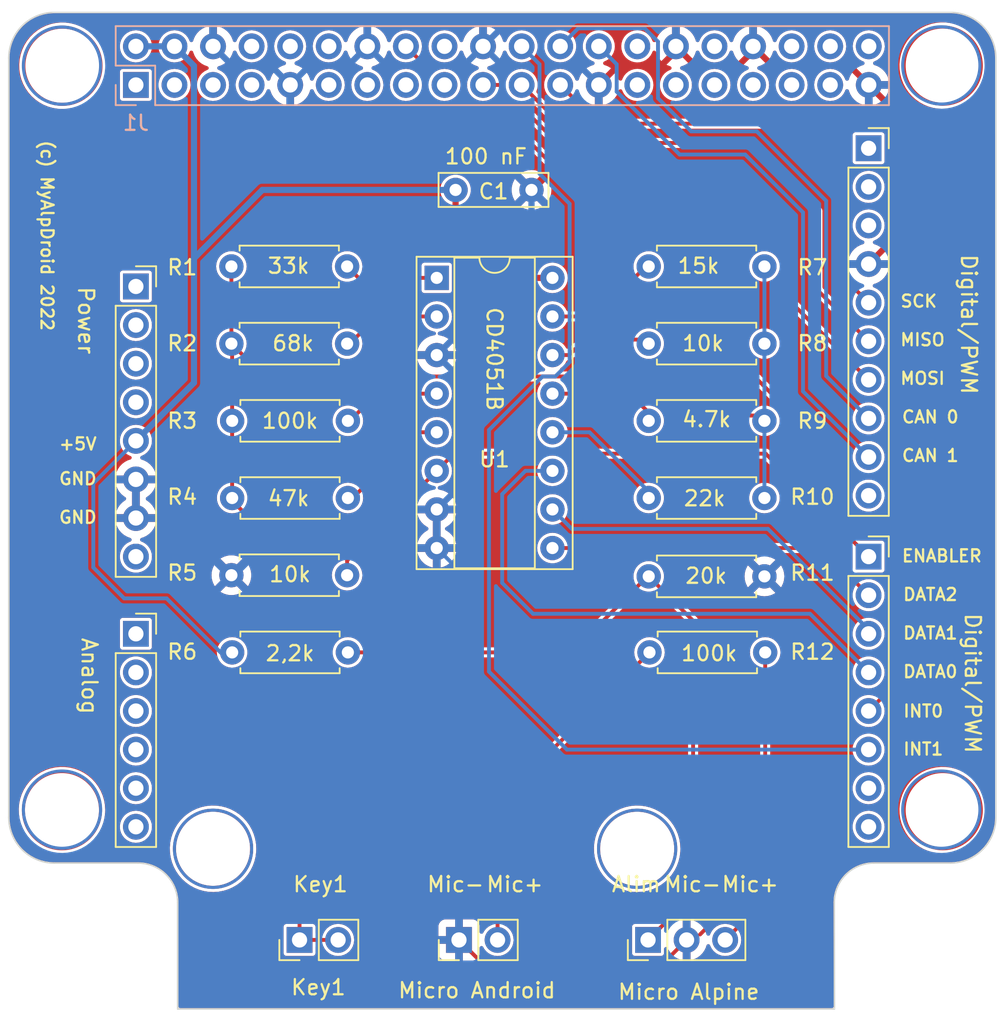
<source format=kicad_pcb>
(kicad_pcb (version 20211014) (generator pcbnew)
  (title_block (date "15 nov 2012"))
  (layers (0 "F.Cu" signal) (31 "B.Cu" signal) (34 "B.Paste" user) (35 "F.Paste" user) (36 "B.SilkS" user "B.Silkscreen") (37 "F.SilkS" user "F.Silkscreen") (38 "B.Mask" user) (39 "F.Mask" user) (44 "Edge.Cuts" user))
  (net 0 "")
  (net 1 "GND")
  (net 2 "/GPIO[2]{slash}SDA1")
  (net 3 "/GPIO[3]{slash}SCL1")
  (net 4 "/GPIO[4]{slash}GPCLK0")
  (net 5 "/GPIO[14]{slash}TXD0")
  (net 6 "/GPIO[15]{slash}RXD0")
  (net 7 "/GPIO[17]")
  (net 8 "/GPIO[18]{slash}PCM.CLK")
  (net 9 "/GPIO[27]")
  (net 10 "/GPIO[22]")
  (net 11 "/GPIO[24]")
  (net 12 "/ID_SDA")
  (net 14 "/GPIO[5]")
  (net 15 "/GPIO[6]")
  (net 16 "/GPIO[12]{slash}PWM0")
  (net 17 "/GPIO[13]{slash}PWM1")
  (net 18 "/GPIO[19]{slash}PCM.FS")
  (net 19 "/GPIO[16]")
  (net 20 "/GPIO[26]")
  (net 21 "/GPIO[20]{slash}PCM.DIN")
  (net 22 "/GPIO[21]{slash}PCM.DOUT")
  (net 23 "+5V")
  (net 25 "/IOREF")
  (net 26 "/Vin")
  (net 27 "/7")
  (net 29 "Net-(R8-Pad1)")
  (net 30 "Net-(R7-Pad1)")
  (net 32 "Net-(R9-Pad1)")
  (net 33 "Net-(R1-Pad1)")
  (net 35 "Net-(R2-Pad1)")
  (net 39 "/6 (Data 2)")
  (net 40 "/5 (Data 1)")
  (net 41 "/4 (Data 0)")
  (net 42 "Net-(Mic1-Pad1)")
  (net 43 "Net-(Mic1-Pad3)")
  (net 44 "Net-(R10-Pad1)")
  (net 45 "Net-(R3-Pad1)")
  (net 46 "Net-(R4-Pad1)")
  (net 47 "Net-(J2-Pad2)")
  (net 57 "Net-(J7-Pad1)")
  (net 58 "/GPIO[23]")
  (net 59 "/GPIO[25]")
  (net 61 "/11(MOSI)")
  (net 62 "/12(MISO)")
  (net 63 "/13(SCK)")
  (net 64 "/10(CS CAN 0)")
  (net 65 "/9(CS CAN 1)")
  (footprint "MountingHole:MountingHole_2.7mm_M2.5" (layer "F.Cu") (at 152.38 57.32)
    (fp_text reference "MH2" hide)
    (fp_text value "MountingHole_2.7mm_M2.5" hide)
    (pad "" np_thru_hole circle locked (at 0 0) (size 2.7 2.7) (drill 2.7) (layers *.Cu *.Mask))
  )
  (footprint "Connector_PinSocket_2.54mm:PinSocket_1x08_P2.54mm_Vertical" (layer "F.Cu") (at 99.25 71.853)
    (fp_text reference "J3" hide)
    (fp_text value "Power" (at -3.29 2.239 -90 unlocked) (layer "F.SilkS"))
    (pad "1" thru_hole rect (at 0 0) (size 1.7 1.7) (drill 1) (layers *.Cu *.Mask))
    (pad "2" thru_hole oval (at 0 2.54) (size 1.7 1.7) (drill 1) (layers *.Cu *.Mask) (net 25 "/IOREF"))
    (pad "3" thru_hole oval (at 0 5.08) (size 1.7 1.7) (drill 1) (layers *.Cu *.Mask))
    (pad "4" thru_hole oval (at 0 7.62) (size 1.7 1.7) (drill 1) (layers *.Cu *.Mask))
    (pad "5" thru_hole oval (at 0 10.16) (size 1.7 1.7) (drill 1) (layers *.Cu *.Mask) (net 23 "+5V"))
    (pad "6" thru_hole oval (at 0 12.7) (size 1.7 1.7) (drill 1) (layers *.Cu *.Mask) (net 1 "GND"))
    (pad "7" thru_hole oval (at 0 15.24) (size 1.7 1.7) (drill 1) (layers *.Cu *.Mask) (net 1 "GND"))
    (pad "8" thru_hole oval (at 0 17.78) (size 1.7 1.7) (drill 1) (layers *.Cu *.Mask) (net 26 "/Vin"))
  )
  (footprint "Resistor_THT:R_Axial_DIN0207_L6.3mm_D2.5mm_P7.62mm_Horizontal" (layer "F.Cu") (at 113.158 70.536 180)
    (fp_text reference "R1" (at 10.858 -0.064) (layer "F.SilkS"))
    (fp_text value "33k" hide)
    (pad "1" thru_hole circle (at 0 0 180) (size 1.6 1.6) (drill 0.8) (layers *.Cu *.Mask) (net 33 "Net-(R1-Pad1)"))
    (pad "2" thru_hole oval (at 7.62 0 180) (size 1.6 1.6) (drill 0.8) (layers *.Cu *.Mask) (net 57 "Net-(J7-Pad1)"))
  )
  (footprint "Resistor_THT:R_Axial_DIN0207_L6.3mm_D2.5mm_P7.62mm_Horizontal" (layer "F.Cu") (at 140.69 95.936 180)
    (fp_text reference "R12" (at -3.11 0.036) (layer "F.SilkS"))
    (fp_text value "100k" hide)
    (pad "1" thru_hole circle (at 0 0 180) (size 1.6 1.6) (drill 0.8) (layers *.Cu *.Mask) (net 43 "Net-(Mic1-Pad3)"))
    (pad "2" thru_hole oval (at 7.62 0 180) (size 1.6 1.6) (drill 0.8) (layers *.Cu *.Mask) (net 47 "Net-(J2-Pad2)"))
  )
  (footprint "MountingHole:MountingHole_2.7mm_M2.5" (layer "F.Cu") (at 104.33 108.86)
    (fp_text reference "MH3" hide)
    (fp_text value "MountingHole_2.7mm_M2.5" hide)
    (pad "" np_thru_hole circle locked (at 0 0) (size 2.7 2.7) (drill 2.7) (layers *.Cu *.Mask))
  )
  (footprint "Package_DIP:DIP-16_W7.62mm_Socket" (layer "F.Cu") (at 119.06 71.288)
    (fp_text reference "U1" hide)
    (fp_text value "CD4051B" (at 3.8 5.344 -90 unlocked) (layer "F.SilkS"))
    (fp_text user "${REFERENCE}" (at 3.8 11.948) (layer "F.SilkS"))
    (pad "1" thru_hole rect (at 0 0) (size 1.6 1.6) (drill 0.8) (layers *.Cu *.Mask) (net 33 "Net-(R1-Pad1)"))
    (pad "2" thru_hole oval (at 0 2.54) (size 1.6 1.6) (drill 0.8) (layers *.Cu *.Mask) (net 35 "Net-(R2-Pad1)"))
    (pad "3" thru_hole oval (at 0 5.08) (size 1.6 1.6) (drill 0.8) (layers *.Cu *.Mask) (net 1 "GND"))
    (pad "4" thru_hole oval (at 0 7.62) (size 1.6 1.6) (drill 0.8) (layers *.Cu *.Mask) (net 45 "Net-(R3-Pad1)"))
    (pad "5" thru_hole oval (at 0 10.16) (size 1.6 1.6) (drill 0.8) (layers *.Cu *.Mask) (net 46 "Net-(R4-Pad1)"))
    (pad "6" thru_hole oval (at 0 12.7) (size 1.6 1.6) (drill 0.8) (layers *.Cu *.Mask) (net 27 "/7"))
    (pad "7" thru_hole oval (at 0 15.24) (size 1.6 1.6) (drill 0.8) (layers *.Cu *.Mask) (net 1 "GND"))
    (pad "8" thru_hole oval (at 0 17.78) (size 1.6 1.6) (drill 0.8) (layers *.Cu *.Mask) (net 1 "GND"))
    (pad "9" thru_hole oval (at 7.62 17.78) (size 1.6 1.6) (drill 0.8) (layers *.Cu *.Mask) (net 39 "/6 (Data 2)"))
    (pad "10" thru_hole oval (at 7.62 15.24) (size 1.6 1.6) (drill 0.8) (layers *.Cu *.Mask) (net 40 "/5 (Data 1)"))
    (pad "11" thru_hole oval (at 7.62 12.7) (size 1.6 1.6) (drill 0.8) (layers *.Cu *.Mask) (net 41 "/4 (Data 0)"))
    (pad "12" thru_hole oval (at 7.62 10.16) (size 1.6 1.6) (drill 0.8) (layers *.Cu *.Mask) (net 44 "Net-(R10-Pad1)"))
    (pad "13" thru_hole oval (at 7.62 7.62) (size 1.6 1.6) (drill 0.8) (layers *.Cu *.Mask) (net 32 "Net-(R9-Pad1)"))
    (pad "14" thru_hole oval (at 7.62 5.08) (size 1.6 1.6) (drill 0.8) (layers *.Cu *.Mask) (net 29 "Net-(R8-Pad1)"))
    (pad "15" thru_hole oval (at 7.62 2.54) (size 1.6 1.6) (drill 0.8) (layers *.Cu *.Mask) (net 30 "Net-(R7-Pad1)"))
    (pad "16" thru_hole oval (at 7.62 0) (size 1.6 1.6) (drill 0.8) (layers *.Cu *.Mask) (net 23 "+5V"))
  )
  (footprint "Resistor_THT:R_Axial_DIN0207_L6.3mm_D2.5mm_P7.62mm_Horizontal" (layer "F.Cu") (at 133.02 70.536)
    (fp_text reference "R7" (at 10.78 0.064) (layer "F.SilkS"))
    (fp_text value "15k" hide)
    (pad "1" thru_hole circle (at 0 0) (size 1.6 1.6) (drill 0.8) (layers *.Cu *.Mask) (net 30 "Net-(R7-Pad1)"))
    (pad "2" thru_hole oval (at 7.62 0) (size 1.6 1.6) (drill 0.8) (layers *.Cu *.Mask) (net 57 "Net-(J7-Pad1)"))
  )
  (footprint "Connector_PinSocket_2.54mm:PinSocket_1x10_P2.54mm_Vertical" (layer "F.Cu") (at 147.498 62.758)
    (fp_text reference "J5" hide)
    (fp_text value "Digital/PWM" (at 6.604 11.588 -90 unlocked) (layer "F.SilkS"))
    (pad "1" thru_hole rect (at 0 0) (size 1.7 1.7) (drill 1) (layers *.Cu *.Mask))
    (pad "2" thru_hole oval (at 0 2.54) (size 1.7 1.7) (drill 1) (layers *.Cu *.Mask))
    (pad "3" thru_hole oval (at 0 5.08) (size 1.7 1.7) (drill 1) (layers *.Cu *.Mask))
    (pad "4" thru_hole oval (at 0 7.62) (size 1.7 1.7) (drill 1) (layers *.Cu *.Mask) (net 1 "GND"))
    (pad "5" thru_hole oval (at 0 10.16) (size 1.7 1.7) (drill 1) (layers *.Cu *.Mask) (net 63 "/13(SCK)"))
    (pad "6" thru_hole oval (at 0 12.7) (size 1.7 1.7) (drill 1) (layers *.Cu *.Mask) (net 62 "/12(MISO)"))
    (pad "7" thru_hole oval (at 0 15.24) (size 1.7 1.7) (drill 1) (layers *.Cu *.Mask) (net 61 "/11(MOSI)"))
    (pad "8" thru_hole oval (at 0 17.78) (size 1.7 1.7) (drill 1) (layers *.Cu *.Mask) (net 64 "/10(CS CAN 0)"))
    (pad "9" thru_hole oval (at 0 20.32) (size 1.7 1.7) (drill 1) (layers *.Cu *.Mask) (net 65 "/9(CS CAN 1)"))
    (pad "10" thru_hole oval (at 0 22.86) (size 1.7 1.7) (drill 1) (layers *.Cu *.Mask))
  )
  (footprint "Resistor_THT:R_Axial_DIN0207_L6.3mm_D2.5mm_P7.62mm_Horizontal" (layer "F.Cu") (at 133.02 75.616)
    (fp_text reference "R8" (at 10.78 -0.016) (layer "F.SilkS"))
    (fp_text value "10k" hide)
    (pad "1" thru_hole circle (at 0 0) (size 1.6 1.6) (drill 0.8) (layers *.Cu *.Mask) (net 29 "Net-(R8-Pad1)"))
    (pad "2" thru_hole oval (at 7.62 0) (size 1.6 1.6) (drill 0.8) (layers *.Cu *.Mask) (net 57 "Net-(J7-Pad1)"))
  )
  (footprint "Resistor_THT:R_Axial_DIN0207_L6.3mm_D2.5mm_P7.62mm_Horizontal" (layer "F.Cu") (at 105.538 90.856)
    (fp_text reference "R5" (at -3.238 -0.156) (layer "F.SilkS"))
    (fp_text value "10k" hide)
    (pad "1" thru_hole circle (at 0 0) (size 1.6 1.6) (drill 0.8) (layers *.Cu *.Mask) (net 1 "GND"))
    (pad "2" thru_hole oval (at 7.62 0) (size 1.6 1.6) (drill 0.8) (layers *.Cu *.Mask) (net 27 "/7"))
  )
  (footprint "MountingHole:MountingHole_2.7mm_M2.5" (layer "F.Cu") (at 132.258 108.86)
    (fp_text reference "MH3" hide)
    (fp_text value "MountingHole_2.7mm_M2.5" hide)
    (pad "" np_thru_hole circle locked (at 0 0) (size 2.7 2.7) (drill 2.7) (layers *.Cu *.Mask))
  )
  (footprint "Connector_PinHeader_2.54mm:PinHeader_1x02_P2.54mm_Vertical" (layer "F.Cu") (at 110.025 114.86 90)
    (fp_text reference "J7" hide)
    (fp_text value "Key1" (at -3.12 1.24) (layer "F.SilkS"))
    (pad "1" thru_hole rect (at 0 0 90) (size 1.7 1.7) (drill 1) (layers *.Cu *.Mask) (net 57 "Net-(J7-Pad1)"))
    (pad "2" thru_hole oval (at 0 2.54 90) (size 1.7 1.7) (drill 1) (layers *.Cu *.Mask) (net 57 "Net-(J7-Pad1)"))
  )
  (footprint "Resistor_THT:R_Axial_DIN0207_L6.3mm_D2.5mm_P7.62mm_Horizontal" (layer "F.Cu") (at 133.02 85.776)
    (fp_text reference "R10" (at 10.78 -0.076) (layer "F.SilkS"))
    (fp_text value "22k" hide)
    (pad "1" thru_hole circle (at 0 0) (size 1.6 1.6) (drill 0.8) (layers *.Cu *.Mask) (net 44 "Net-(R10-Pad1)"))
    (pad "2" thru_hole oval (at 7.62 0) (size 1.6 1.6) (drill 0.8) (layers *.Cu *.Mask) (net 57 "Net-(J7-Pad1)"))
  )
  (footprint "Resistor_THT:R_Axial_DIN0207_L6.3mm_D2.5mm_P7.62mm_Horizontal" (layer "F.Cu") (at 113.158 75.616 180)
    (fp_text reference "R2" (at 10.858 0.016) (layer "F.SilkS"))
    (fp_text value "68k" hide)
    (pad "1" thru_hole circle (at 0 0 180) (size 1.6 1.6) (drill 0.8) (layers *.Cu *.Mask) (net 35 "Net-(R2-Pad1)"))
    (pad "2" thru_hole oval (at 7.62 0 180) (size 1.6 1.6) (drill 0.8) (layers *.Cu *.Mask) (net 57 "Net-(J7-Pad1)"))
  )
  (footprint "MountingHole:MountingHole_2.7mm_M2.5" (layer "F.Cu") (at 94.38 106.32)
    (fp_text reference "MH3" hide)
    (fp_text value "MountingHole_2.7mm_M2.5" hide)
    (pad "" np_thru_hole circle locked (at 0 0) (size 2.7 2.7) (drill 2.7) (layers *.Cu *.Mask))
  )
  (footprint "Capacitor_THT:C_Rect_L7.0mm_W2.0mm_P5.00mm" (layer "F.Cu") (at 120.3 65.5)
    (fp_text reference "C1" (at 2.5 0.100007) (layer "F.SilkS"))
    (fp_text value "100 nF" (at 2.000013 -2.199993) (layer "F.SilkS"))
    (pad "1" thru_hole circle (at 0 0) (size 1.6 1.6) (drill 0.8) (layers *.Cu *.Mask) (net 23 "+5V"))
    (pad "2" thru_hole circle (at 5 0) (size 1.6 1.6) (drill 0.8) (layers *.Cu *.Mask) (net 1 "GND"))
  )
  (footprint "Resistor_THT:R_Axial_DIN0207_L6.3mm_D2.5mm_P7.62mm_Horizontal" (layer "F.Cu") (at 140.64 90.932 180)
    (fp_text reference "R11" (at -3.16 0.232) (layer "F.SilkS"))
    (fp_text value "20K" hide)
    (pad "1" thru_hole circle (at 0 0 180) (size 1.6 1.6) (drill 0.8) (layers *.Cu *.Mask) (net 1 "GND"))
    (pad "2" thru_hole oval (at 7.62 0 180) (size 1.6 1.6) (drill 0.8) (layers *.Cu *.Mask) (net 42 "Net-(Mic1-Pad1)"))
  )
  (footprint "Resistor_THT:R_Axial_DIN0207_L6.3mm_D2.5mm_P7.62mm_Horizontal" (layer "F.Cu") (at 133.02 80.696)
    (fp_text reference "R9" (at 10.78 0.004) (layer "F.SilkS"))
    (fp_text value "4.7k" hide)
    (pad "1" thru_hole circle (at 0 0) (size 1.6 1.6) (drill 0.8) (layers *.Cu *.Mask) (net 32 "Net-(R9-Pad1)"))
    (pad "2" thru_hole oval (at 7.62 0) (size 1.6 1.6) (drill 0.8) (layers *.Cu *.Mask) (net 57 "Net-(J7-Pad1)"))
  )
  (footprint "Connector_PinSocket_2.54mm:PinSocket_1x06_P2.54mm_Vertical" (layer "F.Cu") (at 99.25 94.713)
    (fp_text reference "J4" hide)
    (fp_text value "Analog" (at -3.06 2.779 -90 unlocked) (layer "F.SilkS"))
    (pad "1" thru_hole rect (at 0 0) (size 1.7 1.7) (drill 1) (layers *.Cu *.Mask))
    (pad "2" thru_hole oval (at 0 2.54) (size 1.7 1.7) (drill 1) (layers *.Cu *.Mask))
    (pad "3" thru_hole oval (at 0 5.08) (size 1.7 1.7) (drill 1) (layers *.Cu *.Mask))
    (pad "4" thru_hole oval (at 0 7.62) (size 1.7 1.7) (drill 1) (layers *.Cu *.Mask))
    (pad "5" thru_hole oval (at 0 10.16) (size 1.7 1.7) (drill 1) (layers *.Cu *.Mask))
    (pad "6" thru_hole oval (at 0 12.7) (size 1.7 1.7) (drill 1) (layers *.Cu *.Mask))
  )
  (footprint "Resistor_THT:R_Axial_DIN0207_L6.3mm_D2.5mm_P7.62mm_Horizontal" (layer "F.Cu") (at 113.208 85.776 180)
    (fp_text reference "R4" (at 10.908 0.076) (layer "F.SilkS"))
    (fp_text value "47k" hide)
    (pad "1" thru_hole circle (at 0 0 180) (size 1.6 1.6) (drill 0.8) (layers *.Cu *.Mask) (net 46 "Net-(R4-Pad1)"))
    (pad "2" thru_hole oval (at 7.62 0 180) (size 1.6 1.6) (drill 0.8) (layers *.Cu *.Mask) (net 57 "Net-(J7-Pad1)"))
  )
  (footprint "Resistor_THT:R_Axial_DIN0207_L6.3mm_D2.5mm_P7.62mm_Horizontal" (layer "F.Cu") (at 113.208 80.696 180)
    (fp_text reference "R3" (at 10.908 -0.004) (layer "F.SilkS"))
    (fp_text value "100k" hide)
    (pad "1" thru_hole circle (at 0 0 180) (size 1.6 1.6) (drill 0.8) (layers *.Cu *.Mask) (net 45 "Net-(R3-Pad1)"))
    (pad "2" thru_hole oval (at 7.62 0 180) (size 1.6 1.6) (drill 0.8) (layers *.Cu *.Mask) (net 57 "Net-(J7-Pad1)"))
  )
  (footprint "MountingHole:MountingHole_2.7mm_M2.5" (layer "F.Cu") (at 152.38 106.32)
    (fp_text reference "MH4" hide)
    (fp_text value "MountingHole_2.7mm_M2.5" hide)
    (pad "" np_thru_hole circle locked (at 0 0) (size 2.7 2.7) (drill 2.7) (layers *.Cu *.Mask))
  )
  (footprint "Resistor_THT:R_Axial_DIN0207_L6.3mm_D2.5mm_P7.62mm_Horizontal" (layer "F.Cu") (at 105.588 95.936)
    (fp_text reference "R6" (at -3.288 -0.036) (layer "F.SilkS"))
    (fp_text value "2,2K" hide)
    (pad "1" thru_hole circle (at 0 0) (size 1.6 1.6) (drill 0.8) (layers *.Cu *.Mask) (net 23 "+5V"))
    (pad "2" thru_hole oval (at 7.62 0) (size 1.6 1.6) (drill 0.8) (layers *.Cu *.Mask) (net 42 "Net-(Mic1-Pad1)"))
  )
  (footprint "Connector_PinSocket_2.54mm:PinSocket_1x08_P2.54mm_Vertical" (layer "F.Cu") (at 147.498 89.633)
    (fp_text reference "J6" hide)
    (fp_text value "Digital/PWM" (at 6.858 8.335 -90 unlocked) (layer "F.SilkS"))
    (pad "1" thru_hole rect (at 0 0) (size 1.7 1.7) (drill 1) (layers *.Cu *.Mask) (net 27 "/7"))
    (pad "2" thru_hole oval (at 0 2.54) (size 1.7 1.7) (drill 1) (layers *.Cu *.Mask) (net 39 "/6 (Data 2)"))
    (pad "3" thru_hole oval (at 0 5.08) (size 1.7 1.7) (drill 1) (layers *.Cu *.Mask) (net 40 "/5 (Data 1)"))
    (pad "4" thru_hole oval (at 0 7.62) (size 1.7 1.7) (drill 1) (layers *.Cu *.Mask) (net 41 "/4 (Data 0)"))
    (pad "5" thru_hole oval (at 0 10.16) (size 1.7 1.7) (drill 1) (layers *.Cu *.Mask) (net 58 "/GPIO[23]"))
    (pad "6" thru_hole oval (at 0 12.7) (size 1.7 1.7) (drill 1) (layers *.Cu *.Mask) (net 59 "/GPIO[25]"))
    (pad "7" thru_hole oval (at 0 15.24) (size 1.7 1.7) (drill 1) (layers *.Cu *.Mask))
    (pad "8" thru_hole oval (at 0 17.78) (size 1.7 1.7) (drill 1) (layers *.Cu *.Mask))
  )
  (footprint "Connector_PinHeader_2.54mm:PinHeader_1x02_P2.54mm_Vertical" (layer "F.Cu") (at 120.525 114.86 90)
    (fp_text reference "J2" hide)
    (fp_text value "Micro Android" (at -3.32 1.18) (layer "F.SilkS"))
    (pad "1" thru_hole rect (at 0 0 90) (size 1.7 1.7) (drill 1) (layers *.Cu *.Mask) (net 1 "GND"))
    (pad "2" thru_hole oval (at 0 2.54 90) (size 1.7 1.7) (drill 1) (layers *.Cu *.Mask) (net 47 "Net-(J2-Pad2)"))
  )
  (footprint "Connector_PinHeader_2.54mm:PinHeader_1x03_P2.54mm_Vertical" (layer "F.Cu") (at 132.975 114.86 90)
    (fp_text reference "Mic1" hide)
    (fp_text value "Micro Alpine" (at -3.42 2.68) (layer "F.SilkS"))
    (pad "1" thru_hole rect (at 0 0 90) (size 1.7 1.7) (drill 1) (layers *.Cu *.Mask) (net 42 "Net-(Mic1-Pad1)"))
    (pad "2" thru_hole oval (at 0 2.54 90) (size 1.7 1.7) (drill 1) (layers *.Cu *.Mask) (net 1 "GND"))
    (pad "3" thru_hole oval (at 0 5.08 90) (size 1.7 1.7) (drill 1) (layers *.Cu *.Mask) (net 43 "Net-(Mic1-Pad3)"))
  )
  (footprint "Connector_PinSocket_2.54mm:PinSocket_2x20_P2.54mm_Vertical" (layer "B.Cu") (at 99.25 58.59 -90)
    (fp_text reference "J1" (at 2.5 0) (layer "B.SilkS") (effects (justify mirror)))
    (fp_text value "GPIO")
    (pad "1" thru_hole rect locked (at 0 0 270) (size 1.7 1.7) (drill 1) (layers *.Cu *.Mask))
    (pad "2" thru_hole oval locked (at -2.54 0 270) (size 1.7 1.7) (drill 1) (layers *.Cu *.Mask) (net 23 "+5V"))
    (pad "3" thru_hole oval locked (at 0 -2.54 270) (size 1.7 1.7) (drill 1) (layers *.Cu *.Mask) (net 2 "/GPIO[2]{slash}SDA1"))
    (pad "4" thru_hole oval locked (at -2.54 -2.54 270) (size 1.7 1.7) (drill 1) (layers *.Cu *.Mask) (net 23 "+5V"))
    (pad "5" thru_hole oval locked (at 0 -5.08 270) (size 1.7 1.7) (drill 1) (layers *.Cu *.Mask) (net 3 "/GPIO[3]{slash}SCL1"))
    (pad "6" thru_hole oval locked (at -2.54 -5.08 270) (size 1.7 1.7) (drill 1) (layers *.Cu *.Mask) (net 1 "GND"))
    (pad "7" thru_hole oval locked (at 0 -7.62 270) (size 1.7 1.7) (drill 1) (layers *.Cu *.Mask) (net 4 "/GPIO[4]{slash}GPCLK0"))
    (pad "8" thru_hole oval locked (at -2.54 -7.62 270) (size 1.7 1.7) (drill 1) (layers *.Cu *.Mask) (net 5 "/GPIO[14]{slash}TXD0"))
    (pad "9" thru_hole oval locked (at 0 -10.16 270) (size 1.7 1.7) (drill 1) (layers *.Cu *.Mask) (net 1 "GND"))
    (pad "10" thru_hole oval locked (at -2.54 -10.16 270) (size 1.7 1.7) (drill 1) (layers *.Cu *.Mask) (net 6 "/GPIO[15]{slash}RXD0"))
    (pad "11" thru_hole oval locked (at 0 -12.7 270) (size 1.7 1.7) (drill 1) (layers *.Cu *.Mask) (net 7 "/GPIO[17]"))
    (pad "12" thru_hole oval locked (at -2.54 -12.7 270) (size 1.7 1.7) (drill 1) (layers *.Cu *.Mask) (net 8 "/GPIO[18]{slash}PCM.CLK"))
    (pad "13" thru_hole oval locked (at 0 -15.24 270) (size 1.7 1.7) (drill 1) (layers *.Cu *.Mask) (net 9 "/GPIO[27]"))
    (pad "14" thru_hole oval locked (at -2.54 -15.24 270) (size 1.7 1.7) (drill 1) (layers *.Cu *.Mask) (net 1 "GND"))
    (pad "15" thru_hole oval locked (at 0 -17.78 270) (size 1.7 1.7) (drill 1) (layers *.Cu *.Mask) (net 10 "/GPIO[22]"))
    (pad "16" thru_hole oval locked (at -2.54 -17.78 270) (size 1.7 1.7) (drill 1) (layers *.Cu *.Mask) (net 58 "/GPIO[23]"))
    (pad "17" thru_hole oval locked (at 0 -20.32 270) (size 1.7 1.7) (drill 1) (layers *.Cu *.Mask))
    (pad "18" thru_hole oval locked (at -2.54 -20.32 270) (size 1.7 1.7) (drill 1) (layers *.Cu *.Mask) (net 11 "/GPIO[24]"))
    (pad "19" thru_hole oval locked (at 0 -22.86 270) (size 1.7 1.7) (drill 1) (layers *.Cu *.Mask) (net 61 "/11(MOSI)"))
    (pad "20" thru_hole oval locked (at -2.54 -22.86 270) (size 1.7 1.7) (drill 1) (layers *.Cu *.Mask) (net 1 "GND"))
    (pad "21" thru_hole oval locked (at 0 -25.4 270) (size 1.7 1.7) (drill 1) (layers *.Cu *.Mask) (net 62 "/12(MISO)"))
    (pad "22" thru_hole oval locked (at -2.54 -25.4 270) (size 1.7 1.7) (drill 1) (layers *.Cu *.Mask) (net 59 "/GPIO[25]"))
    (pad "23" thru_hole oval locked (at 0 -27.94 270) (size 1.7 1.7) (drill 1) (layers *.Cu *.Mask) (net 63 "/13(SCK)"))
    (pad "24" thru_hole oval locked (at -2.54 -27.94 270) (size 1.7 1.7) (drill 1) (layers *.Cu *.Mask) (net 64 "/10(CS CAN 0)"))
    (pad "25" thru_hole oval locked (at 0 -30.48 270) (size 1.7 1.7) (drill 1) (layers *.Cu *.Mask) (net 1 "GND"))
    (pad "26" thru_hole oval locked (at -2.54 -30.48 270) (size 1.7 1.7) (drill 1) (layers *.Cu *.Mask) (net 65 "/9(CS CAN 1)"))
    (pad "27" thru_hole oval locked (at 0 -33.02 270) (size 1.7 1.7) (drill 1) (layers *.Cu *.Mask) (net 12 "/ID_SDA"))
    (pad "28" thru_hole oval locked (at -2.54 -33.02 270) (size 1.7 1.7) (drill 1) (layers *.Cu *.Mask))
    (pad "29" thru_hole oval locked (at 0 -35.56 270) (size 1.7 1.7) (drill 1) (layers *.Cu *.Mask) (net 14 "/GPIO[5]"))
    (pad "30" thru_hole oval locked (at -2.54 -35.56 270) (size 1.7 1.7) (drill 1) (layers *.Cu *.Mask) (net 1 "GND"))
    (pad "31" thru_hole oval locked (at 0 -38.1 270) (size 1.7 1.7) (drill 1) (layers *.Cu *.Mask) (net 15 "/GPIO[6]"))
    (pad "32" thru_hole oval locked (at -2.54 -38.1 270) (size 1.7 1.7) (drill 1) (layers *.Cu *.Mask) (net 16 "/GPIO[12]{slash}PWM0"))
    (pad "33" thru_hole oval locked (at 0 -40.64 270) (size 1.7 1.7) (drill 1) (layers *.Cu *.Mask) (net 17 "/GPIO[13]{slash}PWM1"))
    (pad "34" thru_hole oval locked (at -2.54 -40.64 270) (size 1.7 1.7) (drill 1) (layers *.Cu *.Mask) (net 1 "GND"))
    (pad "35" thru_hole oval locked (at 0 -43.18 270) (size 1.7 1.7) (drill 1) (layers *.Cu *.Mask) (net 18 "/GPIO[19]{slash}PCM.FS"))
    (pad "36" thru_hole oval locked (at -2.54 -43.18 270) (size 1.7 1.7) (drill 1) (layers *.Cu *.Mask) (net 19 "/GPIO[16]"))
    (pad "37" thru_hole oval locked (at 0 -45.72 270) (size 1.7 1.7) (drill 1) (layers *.Cu *.Mask) (net 20 "/GPIO[26]"))
    (pad "38" thru_hole oval locked (at -2.54 -45.72 270) (size 1.7 1.7) (drill 1) (layers *.Cu *.Mask) (net 21 "/GPIO[20]{slash}PCM.DIN"))
    (pad "39" thru_hole oval locked (at 0 -48.26 270) (size 1.7 1.7) (drill 1) (layers *.Cu *.Mask) (net 1 "GND"))
    (pad "40" thru_hole oval locked (at -2.54 -48.26 270) (size 1.7 1.7) (drill 1) (layers *.Cu *.Mask) (net 22 "/GPIO[21]{slash}PCM.DOUT"))
  )
  (footprint "MountingHole:MountingHole_2.7mm_M2.5" (layer "B.Cu") (at 94.38 57.32 180)
    (fp_text reference "MH1" hide)
    (fp_text value "MountingHole_2.7mm_M2.5" hide)
    (pad "" np_thru_hole circle locked (at 0 0 180) (size 2.7 2.7) (drill 2.7) (layers *.Cu *.Mask))
  )
  (gr_circle locked (center 104.33 108.86) (end 106.87 108.86) (layer "F.Cu") (width 0.2) (fill none))
  (gr_circle locked (center 132.258 108.86) (end 134.798 108.86) (layer "F.Cu") (width 0.2) (fill none))
  (gr_circle (center 94.38 106.32) (end 96.412 107.844) (layer "F.Cu") (width 0.2) (fill none))
  (gr_circle (center 94.412 57.328) (end 96.444 58.852) (layer "F.Cu") (width 0.2) (fill none))
  (gr_circle (center 152.38 106.32) (end 154.412 107.844) (layer "F.Cu") (width 0.2) (fill none))
  (gr_circle (center 152.38 57.32) (end 154.412 58.844) (layer "F.Cu") (width 0.2) (fill none))
  (gr_circle locked (center 104.33 108.86) (end 106.872813 108.86) (layer "B.Cu") (width 0.2) (fill none))
  (gr_circle (center 152.287538 57.305346) (end 154.097538 59.091346) (layer "B.Cu") (width 0.2) (fill none))
  (gr_circle locked (center 132.258 108.86) (end 134.800813 108.86) (layer "B.Cu") (width 0.2) (fill none))
  (gr_circle (center 94.382924 106.284535) (end 96.192924 108.070535) (layer "B.Cu") (width 0.2) (fill none))
  (gr_circle (center 152.287538 106.284535) (end 154.097538 108.070535) (layer "B.Cu") (width 0.2) (fill none))
  (gr_circle (center 94.38 57.32) (end 96.19 59.106) (layer "B.Cu") (width 0.2) (fill none))
  (gr_line (start 145.25 119.4) (end 102 119.4) (layer "Edge.Cuts") (width 0.1))
  (gr_arc (start 152.88 53.82) (mid 155.00132 54.69868) (end 155.88 56.82) (layer "Edge.Cuts") (width 0.1))
  (gr_line (start 155.87868 106.77868) (end 155.88 56.82) (layer "Edge.Cuts") (width 0.1))
  (gr_arc (start 145.238478 112.4) (mid 146 110.561522) (end 147.838478 109.8) (layer "Edge.Cuts") (width 0.1))
  (gr_line (start 90.88 56.82) (end 90.88 106.8) (layer "Edge.Cuts") (width 0.1))
  (gr_arc (start 99.4 109.8) (mid 101.238478 110.561522) (end 102 112.4) (layer "Edge.Cuts") (width 0.1))
  (gr_line (start 145.238478 112.4) (end 145.25 119.4) (layer "Edge.Cuts") (width 0.1))
  (gr_line (start 152.88 109.8) (end 147.838478 109.8) (layer "Edge.Cuts") (width 0.1))
  (gr_line (start 93.88 109.8) (end 99.4 109.8) (layer "Edge.Cuts") (width 0.1))
  (gr_line (start 102 112.4) (end 102 119.4) (layer "Edge.Cuts") (width 0.1))
  (gr_arc (start 93.88 109.8) (mid 91.75868 108.92132) (end 90.88 106.8) (layer "Edge.Cuts") (width 0.1))
  (gr_arc (start 155.87868 106.77868) (mid 155.005076 108.910387) (end 152.88 109.8) (layer "Edge.Cuts") (width 0.1))
  (gr_arc (start 90.88 56.82) (mid 91.75868 54.69868) (end 93.88 53.82) (layer "Edge.Cuts") (width 0.1))
  (gr_line (start 152.88 53.82) (end 93.88 53.82) (layer "Edge.Cuts") (width 0.1))
  (gr_text "10k" (at 136.6 75.6) (layer "F.SilkS") (effects (font (size 1 1))))
  (gr_text "SCK" (at 150.8 72.822) (layer "F.SilkS") (effects (font (size 0.8 0.8))))
  (gr_text "CAN 1" (at 151.562 82.982) (layer "F.SilkS") (effects (font (size 0.8 0.8))))
  (gr_text "47k" (at 109.3 85.8) (layer "F.SilkS") (effects (font (size 1 1))))
  (gr_text "4.7k" (at 136.83 80.6) (layer "F.SilkS") (effects (font (size 1 1))))
  (gr_text "(c) MyAlpDroid 2022" (at 93.396 68.504 -90) (layer "F.SilkS") (effects (font (size 0.8 0.8))))
  (gr_text "DATA2" (at 151.562 92.126) (layer "F.SilkS") (effects (font (size 0.8 0.8))))
  (gr_text "INT1" (at 151.1 102.3) (layer "F.SilkS") (effects (font (size 0.8 0.8))))
  (gr_text "Mic+" (at 124.2 111.2) (layer "F.SilkS") (effects (font (size 1 1))))
  (gr_text "20k" (at 136.8 90.9) (layer "F.SilkS") (effects (font (size 1 1))))
  (gr_text "INT0" (at 151.1 99.8) (layer "F.SilkS") (effects (font (size 0.8 0.8))))
  (gr_text "10k" (at 109.4 90.8) (layer "F.SilkS") (effects (font (size 1 1))))
  (gr_text "2,2k" (at 109.4 96) (layer "F.SilkS") (effects (font (size 1 1))))
  (gr_text "Mic+" (at 139.7 111.2) (layer "F.SilkS") (effects (font (size 1 1))))
  (gr_text "DATA1" (at 151.562 94.666) (layer "F.SilkS") (effects (font (size 0.8 0.8))))
  (gr_text "33k" (at 109.3 70.5) (layer "F.SilkS") (effects (font (size 1 1))))
  (gr_text "Alim" (at 132.2 111.2) (layer "F.SilkS") (effects (font (size 1 1))))
  (gr_text "68k" (at 109.6 75.6) (layer "F.SilkS") (effects (font (size 1 1))))
  (gr_text "+5V" (at 95.428 82.22) (layer "F.SilkS") (effects (font (size 0.8 0.8))))
  (gr_text "22k" (at 136.7 85.8) (layer "F.SilkS") (effects (font (size 1 1))))
  (gr_text "15k" (at 136.3 70.5) (layer "F.SilkS") (effects (font (size 1 1))))
  (gr_text "100k" (at 137 96) (layer "F.SilkS") (effects (font (size 1 1))))
  (gr_text "DATA0" (at 151.562 97.206) (layer "F.SilkS") (effects (font (size 0.8 0.8))))
  (gr_text "GND" (at 95.428 87.046) (layer "F.SilkS") (effects (font (size 0.8 0.8))))
  (gr_text "MISO" (at 151.054 75.362) (layer "F.SilkS") (effects (font (size 0.8 0.8))))
  (gr_text "Mic-" (at 135.9 111.2) (layer "F.SilkS") (effects (font (size 1 1))))
  (gr_text "Key1" (at 111.4 111.2) (layer "F.SilkS") (effects (font (size 1 1))))
  (gr_text "CAN 0" (at 151.562 80.442) (layer "F.SilkS") (effects (font (size 0.8 0.8))))
  (gr_text "ENABLER" (at 152.324 89.586) (layer "F.SilkS") (effects (font (size 0.8 0.8))))
  (gr_text "100k" (at 109.4 80.7) (layer "F.SilkS") (effects (font (size 1 1))))
  (gr_text "Mic-" (at 120.3 111.2) (layer "F.SilkS") (effects (font (size 1 1))))
  (gr_text "GND" (at 95.428 84.506) (layer "F.SilkS") (effects (font (size 0.8 0.8))))
  (gr_text "MOSI" (at 151.054 77.902) (layer "F.SilkS") (effects (font (size 0.8 0.8))))
  (segment (start 140.64 90.932) (end 138.2 93.372) (width 0.254) (layer "F.Cu") (net 1))
  (segment (start 138.2 93.372) (end 138.2 113.3) (width 0.254) (layer "F.Cu") (net 1))
  (segment (start 122.765 117.1) (end 120.525 114.86) (width 0.254) (layer "F.Cu") (net 1))
  (segment (start 150.1 61.18) (end 150.1 67.776) (width 0.4064) (layer "F.Cu") (net 1))
  (segment (start 135.515 114.86) (end 133.275 117.1) (width 0.254) (layer "F.Cu") (net 1))
  (segment (start 147.51 58.59) (end 150.1 61.18) (width 0.4064) (layer "F.Cu") (net 1))
  (segment (start 138.2 113.3) (end 137.6 113.3) (width 0.254) (layer "F.Cu") (net 1))
  (segment (start 139.89 56.05) (end 141.16 57.32) (width 0.4064) (layer "F.Cu") (net 1))
  (segment (start 150.1 67.776) (end 147.498 70.378) (width 0.4064) (layer "F.Cu") (net 1))
  (segment (start 146.24 57.32) (end 147.51 58.59) (width 0.4064) (layer "F.Cu") (net 1))
  (segment (start 135.1114 56.05) (end 133.8414 57.32) (width 0.4064) (layer "F.Cu") (net 1))
  (segment (start 137.6 113.3) (end 136.4 114.5) (width 0.254) (layer "F.Cu") (net 1))
  (segment (start 141.16 57.32) (end 146.24 57.32) (width 0.4064) (layer "F.Cu") (net 1))
  (segment (start 140.1914 56.05) (end 138.9134 57.328) (width 0.4064) (layer "F.Cu") (net 1))
  (segment (start 131 57.32) (end 129.73 58.59) (width 0.4064) (layer "F.Cu") (net 1))
  (segment (start 133.8414 57.32) (end 131 57.32) (width 0.4064) (layer "F.Cu") (net 1))
  (segment (start 133.275 117.1) (end 122.765 117.1) (width 0.254) (layer "F.Cu") (net 1))
  (segment (start 136.088 57.328) (end 134.81 56.05) (width 0.4064) (layer "F.Cu") (net 1))
  (segment (start 138.9134 57.328) (end 136.088 57.328) (width 0.4064) (layer "F.Cu") (net 1))
  (segment (start 120.828 84.76) (end 119.06 86.528) (width 0.4064) (layer "B.Cu") (net 1))
  (segment (start 109.41 58.59) (end 108.1536 57.3336) (width 0.4064) (layer "B.Cu") (net 1))
  (segment (start 122.11 56.05) (end 123.3664 54.7936) (width 0.4064) (layer "B.Cu") (net 1))
  (segment (start 105.538 91.034) (end 107.504 89.068) (width 0.4064) (layer "B.Cu") (net 1))
  (segment (start 114.49 56.05) (end 113.2336 57.3064) (width 0.4064) (layer "B.Cu") (net 1))
  (segment (start 99.25 87.093) (end 101.597 87.093) (width 0.4064) (layer "B.Cu") (net 1))
  (segment (start 122.11 56.05) (end 123.3936 57.3336) (width 0.4064) (layer "B.Cu") (net 1))
  (segment (start 115.7464 57.3064) (end 120.8536 57.3064) (width 0.4064) (layer "B.Cu") (net 1))
  (segment (start 120.525 114.86) (end 120.525 90.533) (width 0.254) (layer "B.Cu") (net 1))
  (segment (start 120.828 78.136) (end 120.828 84.76) (width 0.4064) (layer "B.Cu") (net 1))
  (segment (start 125.4936 54.7936) (end 125.9336 55.2336) (width 0.4064) (layer "B.Cu") (net 1))
  (segment (start 123.3664 54.7936) (end 125.4936 54.7936) (width 0.4064) (layer "B.Cu") (net 1))
  (segment (start 113.2336 57.3064) (end 110.6936 57.3064) (width 0.4064) (layer "B.Cu") (net 1))
  (segment (start 110.6936 57.3064) (end 109.41 58.59) (width 0.4064) (layer "B.Cu") (net 1))
  (segment (start 114.49 56.05) (end 115.7464 57.3064) (width 0.4064) (layer "B.Cu") (net 1))
  (segment (start 126.669582 57.3064) (end 128.4464 57.3064) (width 0.4064) (layer "B.Cu") (net 1))
  (segment (start 120.525 90.533) (end 119.06 89.068) (width 0.254) (layer "B.Cu") (net 1))
  (segment (start 123.3936 63.5936) (end 125.3 65.5) (width 0.4064) (layer "B.Cu") (net 1))
  (segment (start 105.6136 57.3336) (end 104.33 56.05) (width 0.4064) (layer "B.Cu") (net 1))
  (segment (start 120.8536 57.3064) (end 122.11 56.05) (width 0.4064) (layer "B.Cu") (net 1))
  (segment (start 101.597 87.093) (end 105.538 91.034) (width 0.4064) (layer "B.Cu") (net 1))
  (segment (start 119.06 76.368) (end 125.3 70.128) (width 0.4064) (layer "B.Cu") (net 1))
  (segment (start 128.4464 57.3064) (end 129.73 58.59) (width 0.4064) (layer "B.Cu") (net 1))
  (segment (start 107.504 89.068) (end 119.06 89.068) (width 0.4064) (layer "B.Cu") (net 1))
  (segment (start 125.9336 55.2336) (end 125.9336 56.570418) (width 0.4064) (layer "B.Cu") (net 1))
  (segment (start 99.25 87.093) (end 99.25 84.553) (width 0.4064) (layer "B.Cu") (net 1))
  (segment (start 119.06 76.368) (end 120.828 78.136) (width 0.4064) (layer "B.Cu") (net 1))
  (segment (start 108.1536 57.3336) (end 105.6136 57.3336) (width 0.4064) (layer "B.Cu") (net 1))
  (segment (start 125.9336 56.570418) (end 126.669582 57.3064) (width 0.4064) (layer "B.Cu") (net 1))
  (segment (start 119.06 89.068) (end 119.06 86.528) (width 0.4064) (layer "B.Cu") (net 1))
  (segment (start 123.3936 57.3336) (end 123.3936 63.5936) (width 0.4064) (layer "B.Cu") (net 1))
  (segment (start 125.3 65.5) (end 125.3 70.128) (width 0.4064) (layer "B.Cu") (net 1))
  (segment (start 120.3 65.5) (end 120.3 68.4) (width 0.4064) (layer "F.Cu") (net 23))
  (segment (start 123.2 71.3) (end 123.212 71.288) (width 0.4064) (layer "F.Cu") (net 23))
  (segment (start 123.212 71.288) (end 126.68 71.288) (width 0.4064) (layer "F.Cu") (net 23))
  (segment (start 120.3 68.4) (end 123.2 71.3) (width 0.4064) (layer "F.Cu") (net 23))
  (segment (start 96.444 90.348) (end 98.476 92.38) (width 0.254) (layer "B.Cu") (net 23))
  (segment (start 101.27 92.38) (end 104.826 95.936) (width 0.254) (layer "B.Cu") (net 23))
  (segment (start 107.576 65.5) (end 120.3 65.5) (width 0.4064) (layer "B.Cu") (net 23))
  (segment (start 99.25 56.05) (end 101.79 56.05) (width 0.4064) (layer "B.Cu") (net 23))
  (segment (start 104.826 95.936) (end 105.588 95.936) (width 0.254) (layer "B.Cu") (net 23))
  (segment (start 99.25 82.013) (end 96.444 84.819) (width 0.254) (layer "B.Cu") (net 23))
  (segment (start 103.0736 78.1894) (end 99.25 82.013) (width 0.4064) (layer "B.Cu") (net 23))
  (segment (start 103.0736 57.3336) (end 103.0736 70.0024) (width 0.4064) (layer "B.Cu") (net 23))
  (segment (start 101.79 56.05) (end 103.0736 57.3336) (width 0.4064) (layer "B.Cu") (net 23))
  (segment (start 103.0736 70.0024) (end 107.576 65.5) (width 0.4064) (layer "B.Cu") (net 23))
  (segment (start 103.0736 70.0024) (end 103.0736 78.1894) (width 0.4064) (layer "B.Cu") (net 23))
  (segment (start 98.476 92.38) (end 101.27 92.38) (width 0.254) (layer "B.Cu") (net 23))
  (segment (start 96.444 84.819) (end 96.444 90.348) (width 0.254) (layer "B.Cu") (net 23))
  (segment (start 113.158 91.034) (end 113.158 89.89) (width 0.254) (layer "F.Cu") (net 27))
  (segment (start 119.06 83.988) (end 120.1902 82.8578) (width 0.254) (layer "F.Cu") (net 27))
  (segment (start 120.1902 82.8578) (end 140.7228 82.8578) (width 0.254) (layer "F.Cu") (net 27))
  (segment (start 140.7228 82.8578) (end 147.498 89.633) (width 0.254) (layer "F.Cu") (net 27))
  (segment (start 113.158 89.89) (end 119.06 83.988) (width 0.254) (layer "F.Cu") (net 27))
  (segment (start 128.8003 75.348) (end 127.7803 76.368) (width 0.254) (layer "F.Cu") (net 29))
  (segment (start 133.02 75.348) (end 128.8003 75.348) (width 0.254) (layer "F.Cu") (net 29))
  (segment (start 126.68 76.368) (end 127.7803 76.368) (width 0.254) (layer "F.Cu") (net 29))
  (segment (start 129.54 73.828) (end 126.68 73.828) (width 0.254) (layer "F.Cu") (net 30))
  (segment (start 133.02 70.348) (end 129.54 73.828) (width 0.254) (layer "F.Cu") (net 30))
  (segment (start 133.21 80.348) (end 131.77 78.908) (width 0.254) (layer "F.Cu") (net 32))
  (segment (start 131.77 78.908) (end 126.68 78.908) (width 0.254) (layer "F.Cu") (net 32))
  (segment (start 119.06 71.288) (end 113.91 71.288) (width 0.254) (layer "F.Cu") (net 33))
  (segment (start 113.91 71.288) (end 113.158 70.536) (width 0.254) (layer "F.Cu") (net 33))
  (segment (start 113.158 75.794) (end 115.124 73.828) (width 0.254) (layer "F.Cu") (net 35))
  (segment (start 115.124 73.828) (end 119.06 73.828) (width 0.254) (layer "F.Cu") (net 35))
  (segment (start 147.498 92.173) (end 144.393 89.068) (width 0.254) (layer "F.Cu") (net 39))
  (segment (start 144.393 89.068) (end 126.68 89.068) (width 0.254) (layer "F.Cu") (net 39))
  (segment (start 127.96 87.808) (end 126.68 86.528) (width 0.254) (layer "B.Cu") (net 40))
  (segment (start 140.8705 87.808) (end 127.96 87.808) (width 0.254) (layer "B.Cu") (net 40))
  (segment (start 147.498 94.4355) (end 140.8705 87.808) (width 0.254) (layer "B.Cu") (net 40))
  (segment (start 123.368 91.364) (end 125.4 93.396) (width 0.254) (layer "B.Cu") (net 41))
  (segment (start 123.368 85.522) (end 123.368 91.364) (width 0.254) (layer "B.Cu") (net 41))
  (segment (start 126.68 83.988) (end 124.902 83.988) (width 0.254) (layer "B.Cu") (net 41))
  (segment (start 125.4 93.396) (end 143.641 93.396) (width 0.254) (layer "B.Cu") (net 41))
  (segment (start 124.902 83.988) (end 123.368 85.522) (width 0.254) (layer "B.Cu") (net 41))
  (segment (start 143.641 93.396) (end 147.498 97.253) (width 0.254) (layer "B.Cu") (net 41))
  (segment (start 135.943299 93.855299) (end 133.02 90.932) (width 0.254) (layer "F.Cu") (net 42))
  (segment (start 127.94 95.936) (end 113.208 95.936) (width 0.254) (layer "F.Cu") (net 42))
  (segment (start 132.975 114.86) (end 135.943299 111.891701) (width 0.254) (layer "F.Cu") (net 42))
  (segment (start 133.02 90.856) (end 127.94 95.936) (width 0.254) (layer "F.Cu") (net 42))
  (segment (start 135.943299 111.891701) (end 135.943299 93.855299) (width 0.254) (layer "F.Cu") (net 42))
  (segment (start 140.69 112.225) (end 138.055 114.86) (width 0.254) (layer "F.Cu") (net 43))
  (segment (start 140.69 95.936) (end 140.69 112.225) (width 0.254) (layer "F.Cu") (net 43))
  (segment (start 129.12 81.448) (end 126.68 81.448) (width 0.254) (layer "B.Cu") (net 44))
  (segment (start 133.02 85.348) (end 129.12 81.448) (width 0.254) (layer "B.Cu") (net 44))
  (segment (start 115.124 78.908) (end 119.06 78.908) (width 0.254) (layer "F.Cu") (net 45))
  (segment (start 113.158 80.874) (end 115.124 78.908) (width 0.254) (layer "F.Cu") (net 45))
  (segment (start 117.854 81.448) (end 119.06 81.448) (width 0.254) (layer "F.Cu") (net 46))
  (segment (start 113.348 85.954) (end 117.854 81.448) (width 0.254) (layer "F.Cu") (net 46))
  (segment (start 123.065 105.941) (end 133.07 95.936) (width 0.254) (layer "F.Cu") (net 47))
  (segment (start 123.065 114.86) (end 123.065 105.941) (width 0.254) (layer "F.Cu") (net 47))
  (segment (start 105.588 80.696) (end 105.588 75.666) (width 0.254) (layer "F.Cu") (net 57))
  (segment (start 110.025 90.391) (end 105.588 85.954) (width 0.254) (layer "F.Cu") (net 57))
  (segment (start 139.7297 80.348) (end 137.1595 77.7778) (width 0.254) (layer "F.Cu") (net 57))
  (segment (start 112.565 114.86) (end 110.025 114.86) (width 0.254) (layer "F.Cu") (net 57))
  (segment (start 105.588 85.954) (end 105.588 80.95) (width 0.254) (layer "F.Cu") (net 57))
  (segment (start 140.83 80.348) (end 139.7297 80.348) (width 0.254) (layer "F.Cu") (net 57))
  (segment (start 137.1595 77.7778) (end 107.6998 77.7778) (width 0.254) (layer "F.Cu") (net 57))
  (segment (start 105.538 70.536) (end 105.538 75.616) (width 0.254) (layer "F.Cu") (net 57))
  (segment (start 107.6998 77.7778) (end 105.538 75.616) (width 0.254) (layer "F.Cu") (net 57))
  (segment (start 110.025 114.86) (end 110.025 90.391) (width 0.254) (layer "F.Cu") (net 57))
  (segment (start 140.64 75.348) (end 140.64 70.348) (width 0.254) (layer "B.Cu") (net 57))
  (segment (start 140.64 75.348) (end 140.64 85.348) (width 0.254) (layer "B.Cu") (net 57))
  (segment (start 147.009145 84.4378) (end 147.986855 84.4378) (width 0.254) (layer "F.Cu") (net 58))
  (segment (start 150.4 96.891) (end 147.498 99.793) (width 0.254) (layer "F.Cu") (net 58))
  (segment (start 135.9 65.2) (end 137.6 66.9) (width 0.254) (layer "F.Cu") (net 58))
  (segment (start 125.214328 62.385672) (end 128.028655 65.2) (width 0.254) (layer "F.Cu") (net 58))
  (segment (start 119.585672 62.385672) (end 125.214328 62.385672) (width 0.254) (layer "F.Cu") (net 58))
  (segment (start 117.03 56.05) (end 118.2102 57.2302) (width 0.254) (layer "F.Cu") (net 58))
  (segment (start 128.028655 65.2) (end 135.9 65.2) (width 0.254) (layer "F.Cu") (net 58))
  (segment (start 147.986855 84.4378) (end 150.4 86.850945) (width 0.254) (layer "F.Cu") (net 58))
  (segment (start 150.4 86.850945) (end 150.4 96.891) (width 0.254) (layer "F.Cu") (net 58))
  (segment (start 137.6 75.4) (end 146.823473 84.623473) (width 0.254) (layer "F.Cu") (net 58))
  (segment (start 118.2102 57.2302) (end 118.2102 61.0102) (width 0.254) (layer "F.Cu") (net 58))
  (segment (start 137.6 66.9) (end 137.6 75.4) (width 0.254) (layer "F.Cu") (net 58))
  (segment (start 118.2102 61.0102) (end 119.585672 62.385672) (width 0.254) (layer "F.Cu") (net 58))
  (segment (start 146.823473 84.623473) (end 147.009145 84.4378) (width 0.254) (layer "F.Cu") (net 58))
  (segment (start 127.8102 76.836145) (end 126.868545 77.7778) (width 0.254) (layer "B.Cu") (net 59))
  (segment (start 122.5 81.3) (end 122.5 97.2) (width 0.254) (layer "B.Cu") (net 59))
  (segment (start 125.8302 64.431855) (end 127.8102 66.411855) (width 0.254) (layer "B.Cu") (net 59))
  (segment (start 125.8302 57.2302) (end 125.8302 64.431855) (width 0.254) (layer "B.Cu") (net 59))
  (segment (start 126.868545 77.7778) (end 126.0222 77.7778) (width 0.254) (layer "B.Cu") (net 59))
  (segment (start 126.0222 77.7778) (end 122.5 81.3) (width 0.254) (layer "B.Cu") (net 59))
  (segment (start 127.8102 66.411855) (end 127.8102 76.836145) (width 0.254) (layer "B.Cu") (net 59))
  (segment (start 122.5 97.2) (end 127.633 102.333) (width 0.254) (layer "B.Cu") (net 59))
  (segment (start 124.65 56.05) (end 125.8302 57.2302) (width 0.254) (layer "B.Cu") (net 59))
  (segment (start 127.633 102.333) (end 147.498 102.333) (width 0.254) (layer "B.Cu") (net 59))
  (segment (start 124.3702 59.7702) (end 124.161145 59.7702) (width 0.254) (layer "F.Cu") (net 61))
  (segment (start 142.164 72.664) (end 142.164 67.488) (width 0.254) (layer "F.Cu") (net 61))
  (segment (start 138.608 63.932) (end 128.532 63.932) (width 0.254) (layer "F.Cu") (net 61))
  (segment (start 124.161145 59.7702) (end 123.4698 59.078855) (width 0.254) (layer "F.Cu") (net 61))
  (segment (start 123.4698 58.8698) (end 123.19 58.59) (width 0.254) (layer "F.Cu") (net 61))
  (segment (start 123.4698 59.078855) (end 123.4698 58.8698) (width 0.254) (layer "F.Cu") (net 61))
  (segment (start 128.532 63.932) (end 124.3702 59.7702) (width 0.254) (layer "F.Cu") (net 61))
  (segment (start 123.19 58.59) (end 122.11 58.59) (width 0.254) (layer "F.Cu") (net 61))
  (segment (start 142.164 67.488) (end 138.608 63.932) (width 0.254) (layer "F.Cu") (net 61))
  (segment (start 147.498 77.998) (end 142.164 72.664) (width 0.254) (layer "F.Cu") (net 61))
  (segment (start 128.468 62.408) (end 124.65 58.59) (width 0.254) (layer "F.Cu") (net 62))
  (segment (start 144.12885 72.08885) (end 147.498 75.458) (width 0.254) (layer "F.Cu") (net 62))
  (segment (start 144.12885 66.91285) (end 144.12885 72.08885) (width 0.254) (layer "F.Cu") (net 62))
  (segment (start 139.624 62.408) (end 128.468 62.408) (width 0.254) (layer "F.Cu") (net 62))
  (segment (start 144.12885 66.91285) (end 139.624 62.408) (width 0.254) (layer "F.Cu") (net 62))
  (segment (start 145.466 65.964) (end 145.466 70.886) (width 0.254) (layer "F.Cu") (net 63))
  (segment (start 129.738 61.138) (end 140.64 61.138) (width 0.254) (layer "F.Cu") (net 63))
  (segment (start 127.19 58.59) (end 129.738 61.138) (width 0.254) (layer "F.Cu") (net 63))
  (segment (start 145.466 70.886) (end 147.498 72.918) (width 0.254) (layer "F.Cu") (net 63))
  (segment (start 140.64 61.138) (end 145.466 65.964) (width 0.254) (layer "F.Cu") (net 63))
  (segment (start 144.704 66.218) (end 144.704 77.744) (width 0.254) (layer "B.Cu") (net 64))
  (segment (start 135.814 61.646) (end 140.132 61.646) (width 0.254) (layer "B.Cu") (net 64))
  (segment (start 128.3702 54.8698) (end 132.758855 54.8698) (width 0.254) (layer "B.Cu") (net 64))
  (segment (start 127.19 56.05) (end 128.3702 54.8698) (width 0.254) (layer "B.Cu") (net 64))
  (segment (start 144.704 77.744) (end 147.498 80.538) (width 0.254) (layer "B.Cu") (net 64))
  (segment (start 133.6298 59.4618) (end 135.814 61.646) (width 0.254) (layer "B.Cu") (net 64))
  (segment (start 133.6298 55.740745) (end 133.6298 59.4618) (width 0.254) (layer "B.Cu") (net 64))
  (segment (start 140.132 61.646) (end 144.704 66.218) (width 0.254) (layer "B.Cu") (net 64))
  (segment (start 132.758855 54.8698) (end 133.6298 55.740745) (width 0.254) (layer "B.Cu") (net 64))
  (segment (start 130.9102 57.2302) (end 129.73 56.05) (width 0.254) (layer "B.Cu") (net 65))
  (segment (start 143.18 66.98) (end 143.18 78.76) (width 0.254) (layer "B.Cu") (net 65))
  (segment (start 139.37 63.17) (end 135.052 63.17) (width 0.254) (layer "B.Cu") (net 65))
  (segment (start 130.9102 59.0282) (end 130.9102 57.2302) (width 0.254) (layer "B.Cu") (net 65))
  (segment (start 135.052 63.17) (end 130.9102 59.0282) (width 0.254) (layer "B.Cu") (net 65))
  (segment (start 143.18 78.76) (end 147.498 83.078) (width 0.254) (layer "B.Cu") (net 65))
  (segment (start 143.18 66.98) (end 139.37 63.17) (width 0.254) (layer "B.Cu") (net 65))
  (zone (net 1) (net_name "GND") (layers F&B.Cu) (connect_pads (clearance 0)) (min_thickness 0.254) (fill yes (thermal_gap 0.508) (thermal_bridge_width 0.508))
    (polygon (pts (xy 156.1 120.4) (xy 90.3 120.4) (xy 90.7 53.2) (xy 90.4 53.1) (xy 156.1 53)))
  )
)
</source>
